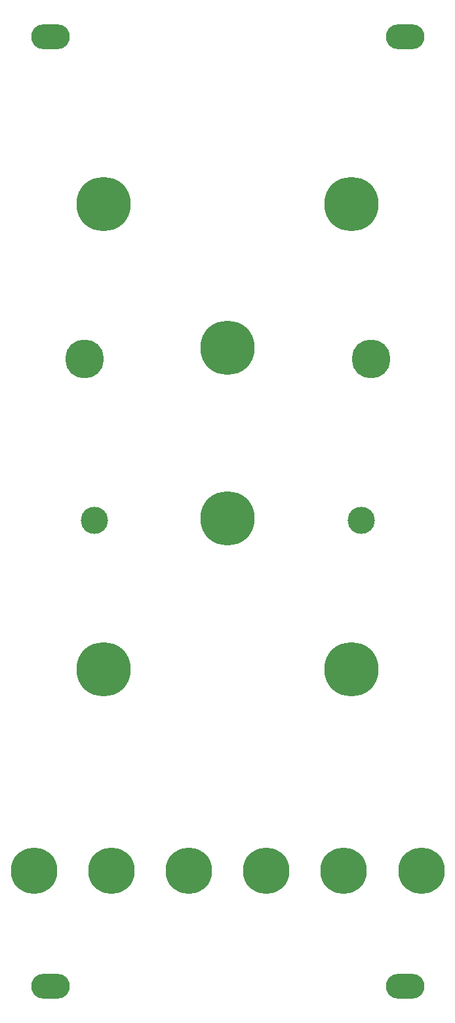
<source format=gbr>
%TF.GenerationSoftware,KiCad,Pcbnew,(5.99.0-12348-g4b436fb86d)*%
%TF.CreationDate,2021-09-22T22:40:44+01:00*%
%TF.ProjectId,Addatone Panel,41646461-746f-46e6-9520-50616e656c2e,rev?*%
%TF.SameCoordinates,Original*%
%TF.FileFunction,Soldermask,Top*%
%TF.FilePolarity,Negative*%
%FSLAX46Y46*%
G04 Gerber Fmt 4.6, Leading zero omitted, Abs format (unit mm)*
G04 Created by KiCad (PCBNEW (5.99.0-12348-g4b436fb86d)) date 2021-09-22 22:40:44*
%MOMM*%
%LPD*%
G01*
G04 APERTURE LIST*
%ADD10O,5.000000X3.200000*%
%ADD11C,7.000000*%
%ADD12C,6.000000*%
%ADD13C,5.000000*%
%ADD14C,3.500000*%
G04 APERTURE END LIST*
D10*
X152900000Y-43400000D03*
X107100000Y-43400000D03*
X152900000Y-165900000D03*
X107100000Y-165900000D03*
D11*
X114010000Y-64990000D03*
X146000000Y-65000000D03*
X130000000Y-83500000D03*
X130000000Y-105500000D03*
X114000000Y-125000000D03*
X146000000Y-125000000D03*
D12*
X105000000Y-151000000D03*
X115000000Y-151000000D03*
X125000000Y-151000000D03*
X135000000Y-151000000D03*
X145000000Y-151000000D03*
X155000000Y-151000000D03*
D13*
X111500000Y-84950000D03*
X148500000Y-84950000D03*
D14*
X112750000Y-105750000D03*
X147250000Y-105750000D03*
M02*

</source>
